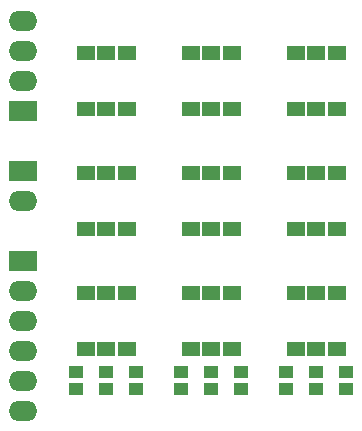
<source format=gts>
G04 (created by PCBNEW (2013-mar-30)-stable) date Wed 05 Jun 2013 10:13:46 PM CEST*
%MOIN*%
G04 Gerber Fmt 3.4, Leading zero omitted, Abs format*
%FSLAX34Y34*%
G01*
G70*
G90*
G04 APERTURE LIST*
%ADD10C,0.006*%
%ADD11R,0.047274X0.043274*%
%ADD12R,0.059074X0.049174*%
%ADD13R,0.094474X0.067874*%
%ADD14O,0.094474X0.067874*%
G04 APERTURE END LIST*
G54D10*
G54D11*
X27287Y-31796D03*
X27287Y-31204D03*
X24787Y-31796D03*
X24787Y-31204D03*
X23787Y-31796D03*
X23787Y-31204D03*
X25787Y-31796D03*
X25787Y-31204D03*
X22287Y-31796D03*
X22287Y-31204D03*
X21287Y-31796D03*
X21287Y-31204D03*
X20275Y-31792D03*
X20275Y-31200D03*
X28287Y-31796D03*
X28287Y-31204D03*
X29287Y-31796D03*
X29287Y-31204D03*
G54D12*
X25476Y-20565D03*
X24098Y-20565D03*
X24787Y-20565D03*
X24787Y-22435D03*
X24098Y-22435D03*
X25476Y-22435D03*
X28976Y-20565D03*
X27598Y-20565D03*
X28287Y-20565D03*
X28287Y-22435D03*
X27598Y-22435D03*
X28976Y-22435D03*
X28976Y-24565D03*
X27598Y-24565D03*
X28287Y-24565D03*
X28287Y-26435D03*
X27598Y-26435D03*
X28976Y-26435D03*
X28976Y-28565D03*
X27598Y-28565D03*
X28287Y-28565D03*
X28287Y-30435D03*
X27598Y-30435D03*
X28976Y-30435D03*
X25476Y-28565D03*
X24098Y-28565D03*
X24787Y-28565D03*
X24787Y-30435D03*
X24098Y-30435D03*
X25476Y-30435D03*
X21976Y-20565D03*
X20598Y-20565D03*
X21287Y-20565D03*
X21287Y-22435D03*
X20598Y-22435D03*
X21976Y-22435D03*
X21976Y-24565D03*
X20598Y-24565D03*
X21287Y-24565D03*
X21287Y-26435D03*
X20598Y-26435D03*
X21976Y-26435D03*
X21976Y-28565D03*
X20598Y-28565D03*
X21287Y-28565D03*
X21287Y-30435D03*
X20598Y-30435D03*
X21976Y-30435D03*
X25476Y-24565D03*
X24098Y-24565D03*
X24787Y-24565D03*
X24787Y-26435D03*
X24098Y-26435D03*
X25476Y-26435D03*
G54D13*
X18500Y-24500D03*
G54D14*
X18500Y-25500D03*
G54D13*
X18500Y-22500D03*
G54D14*
X18500Y-21500D03*
X18500Y-20500D03*
X18500Y-19500D03*
G54D13*
X18500Y-27500D03*
G54D14*
X18500Y-28500D03*
X18500Y-29500D03*
X18500Y-30500D03*
X18500Y-31500D03*
X18500Y-32500D03*
M02*

</source>
